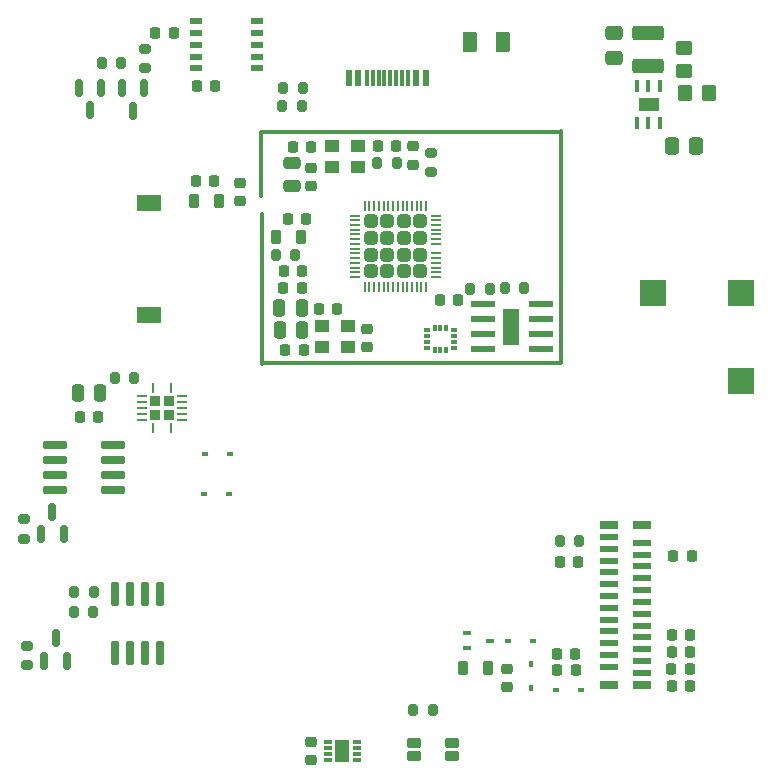
<source format=gbr>
%TF.GenerationSoftware,KiCad,Pcbnew,7.0.7*%
%TF.CreationDate,2023-09-24T11:57:45+02:00*%
%TF.ProjectId,RF Energy Harvesting LK-R37 Enclosure,52462045-6e65-4726-9779-204861727665,Beta R4*%
%TF.SameCoordinates,Original*%
%TF.FileFunction,Paste,Top*%
%TF.FilePolarity,Positive*%
%FSLAX46Y46*%
G04 Gerber Fmt 4.6, Leading zero omitted, Abs format (unit mm)*
G04 Created by KiCad (PCBNEW 7.0.7) date 2023-09-24 11:57:45*
%MOMM*%
%LPD*%
G01*
G04 APERTURE LIST*
G04 Aperture macros list*
%AMRoundRect*
0 Rectangle with rounded corners*
0 $1 Rounding radius*
0 $2 $3 $4 $5 $6 $7 $8 $9 X,Y pos of 4 corners*
0 Add a 4 corners polygon primitive as box body*
4,1,4,$2,$3,$4,$5,$6,$7,$8,$9,$2,$3,0*
0 Add four circle primitives for the rounded corners*
1,1,$1+$1,$2,$3*
1,1,$1+$1,$4,$5*
1,1,$1+$1,$6,$7*
1,1,$1+$1,$8,$9*
0 Add four rect primitives between the rounded corners*
20,1,$1+$1,$2,$3,$4,$5,0*
20,1,$1+$1,$4,$5,$6,$7,0*
20,1,$1+$1,$6,$7,$8,$9,0*
20,1,$1+$1,$8,$9,$2,$3,0*%
G04 Aperture macros list end*
%ADD10C,0.010000*%
%ADD11RoundRect,0.225000X-0.225000X-0.250000X0.225000X-0.250000X0.225000X0.250000X-0.225000X0.250000X0*%
%ADD12RoundRect,0.250000X0.375000X0.625000X-0.375000X0.625000X-0.375000X-0.625000X0.375000X-0.625000X0*%
%ADD13RoundRect,0.250000X-0.250000X-0.475000X0.250000X-0.475000X0.250000X0.475000X-0.250000X0.475000X0*%
%ADD14RoundRect,0.200000X0.200000X0.275000X-0.200000X0.275000X-0.200000X-0.275000X0.200000X-0.275000X0*%
%ADD15R,0.600000X0.450000*%
%ADD16R,0.580000X0.350000*%
%ADD17R,0.350000X0.580000*%
%ADD18R,0.820000X0.820000*%
%ADD19R,0.280000X0.850000*%
%ADD20R,0.850000X0.280000*%
%ADD21RoundRect,0.225000X-0.250000X0.225000X-0.250000X-0.225000X0.250000X-0.225000X0.250000X0.225000X0*%
%ADD22R,0.800000X0.300000*%
%ADD23R,1.200000X1.900000*%
%ADD24R,0.700000X0.450000*%
%ADD25RoundRect,0.042000X-0.258000X0.943000X-0.258000X-0.943000X0.258000X-0.943000X0.258000X0.943000X0*%
%ADD26RoundRect,0.250000X-0.450000X0.350000X-0.450000X-0.350000X0.450000X-0.350000X0.450000X0.350000X0*%
%ADD27RoundRect,0.225000X0.225000X0.250000X-0.225000X0.250000X-0.225000X-0.250000X0.225000X-0.250000X0*%
%ADD28R,0.600000X1.450000*%
%ADD29R,0.300000X1.450000*%
%ADD30RoundRect,0.225000X0.250000X-0.225000X0.250000X0.225000X-0.250000X0.225000X-0.250000X-0.225000X0*%
%ADD31RoundRect,0.200000X-0.275000X0.200000X-0.275000X-0.200000X0.275000X-0.200000X0.275000X0.200000X0*%
%ADD32RoundRect,0.218750X-0.218750X-0.381250X0.218750X-0.381250X0.218750X0.381250X-0.218750X0.381250X0*%
%ADD33RoundRect,0.250000X-1.075000X0.375000X-1.075000X-0.375000X1.075000X-0.375000X1.075000X0.375000X0*%
%ADD34RoundRect,0.200000X0.275000X-0.200000X0.275000X0.200000X-0.275000X0.200000X-0.275000X-0.200000X0*%
%ADD35RoundRect,0.200000X-0.200000X-0.275000X0.200000X-0.275000X0.200000X0.275000X-0.200000X0.275000X0*%
%ADD36R,1.300000X1.000000*%
%ADD37RoundRect,0.124800X-0.475200X-0.275200X0.475200X-0.275200X0.475200X0.275200X-0.475200X0.275200X0*%
%ADD38RoundRect,0.041300X0.948700X0.253700X-0.948700X0.253700X-0.948700X-0.253700X0.948700X-0.253700X0*%
%ADD39RoundRect,0.098350X0.604150X1.437900X-0.604150X1.437900X-0.604150X-1.437900X0.604150X-1.437900X0*%
%ADD40RoundRect,0.100000X0.100000X-2.750000X0.100000X2.750000X-0.100000X2.750000X-0.100000X-2.750000X0*%
%ADD41RoundRect,0.100000X0.100000X-6.400000X0.100000X6.400000X-0.100000X6.400000X-0.100000X-6.400000X0*%
%ADD42RoundRect,0.100000X-12.650000X-0.100000X12.650000X-0.100000X12.650000X0.100000X-12.650000X0.100000X0*%
%ADD43RoundRect,0.100000X0.100000X-9.850000X0.100000X9.850000X-0.100000X9.850000X-0.100000X-9.850000X0*%
%ADD44RoundRect,0.042000X0.943000X0.258000X-0.943000X0.258000X-0.943000X-0.258000X0.943000X-0.258000X0*%
%ADD45RoundRect,0.250000X-0.475000X0.250000X-0.475000X-0.250000X0.475000X-0.250000X0.475000X0.250000X0*%
%ADD46RoundRect,0.150000X-0.150000X0.587500X-0.150000X-0.587500X0.150000X-0.587500X0.150000X0.587500X0*%
%ADD47R,0.420000X1.100000*%
%ADD48RoundRect,0.250000X-0.315000X-0.315000X0.315000X-0.315000X0.315000X0.315000X-0.315000X0.315000X0*%
%ADD49RoundRect,0.050000X-0.387500X-0.050000X0.387500X-0.050000X0.387500X0.050000X-0.387500X0.050000X0*%
%ADD50RoundRect,0.050000X-0.050000X-0.387500X0.050000X-0.387500X0.050000X0.387500X-0.050000X0.387500X0*%
%ADD51RoundRect,0.002500X-0.002500X-0.002500X0.002500X-0.002500X0.002500X0.002500X-0.002500X0.002500X0*%
%ADD52R,0.450000X0.600000*%
%ADD53RoundRect,0.150000X0.150000X-0.587500X0.150000X0.587500X-0.150000X0.587500X-0.150000X-0.587500X0*%
%ADD54RoundRect,0.250000X0.350000X0.450000X-0.350000X0.450000X-0.350000X-0.450000X0.350000X-0.450000X0*%
%ADD55R,1.500000X0.600000*%
%ADD56R,1.500000X0.800000*%
%ADD57R,1.100000X0.510000*%
%ADD58RoundRect,0.250000X-0.475000X0.337500X-0.475000X-0.337500X0.475000X-0.337500X0.475000X0.337500X0*%
%ADD59R,2.100000X1.400000*%
%ADD60RoundRect,0.250000X-0.337500X-0.475000X0.337500X-0.475000X0.337500X0.475000X-0.337500X0.475000X0*%
%ADD61R,2.195000X2.195000*%
G04 APERTURE END LIST*
%TO.C,AU1*%
D10*
X178070814Y-80539287D02*
X176489676Y-80539287D01*
X176489676Y-79527355D01*
X178070814Y-79527355D01*
X178070814Y-80539287D01*
G36*
X178070814Y-80539287D02*
G01*
X176489676Y-80539287D01*
X176489676Y-79527355D01*
X178070814Y-79527355D01*
X178070814Y-80539287D01*
G37*
%TD*%
D11*
%TO.C,EIC5*%
X179277500Y-125010000D03*
X180827500Y-125010000D03*
%TD*%
D12*
%TO.C,Fuse1*%
X164960000Y-74780000D03*
X162160000Y-74780000D03*
%TD*%
D13*
%TO.C,E2C4*%
X146039255Y-97300893D03*
X147939255Y-97300893D03*
%TD*%
D14*
%TO.C,IDR1*%
X163824255Y-95640893D03*
X162174255Y-95640893D03*
%TD*%
D11*
%TO.C,EIC6*%
X179247500Y-126380000D03*
X180797500Y-126380000D03*
%TD*%
D14*
%TO.C,QR1*%
X132655000Y-76580000D03*
X131005000Y-76580000D03*
%TD*%
D15*
%TO.C,EiD1a2*%
X167492500Y-125500000D03*
X165392500Y-125500000D03*
%TD*%
D16*
%TO.C,IMU1*%
X158494255Y-99160893D03*
X158494255Y-99660893D03*
X158494255Y-100160893D03*
X158494255Y-100660893D03*
D17*
X159169255Y-100835893D03*
X159669255Y-100835893D03*
X160169255Y-100835893D03*
D16*
X160844255Y-100660893D03*
X160844255Y-100160893D03*
X160844255Y-99660893D03*
X160844255Y-99160893D03*
D17*
X160169255Y-98985893D03*
X159669255Y-98985893D03*
X159169255Y-98985893D03*
%TD*%
D18*
%TO.C,UL1*%
X136650000Y-106320000D03*
X136650000Y-105200000D03*
X135530000Y-106320000D03*
X135530000Y-105200000D03*
D19*
X136840000Y-107485000D03*
D20*
X137815000Y-106760000D03*
X137815000Y-106260000D03*
X137815000Y-105760000D03*
X137815000Y-105260000D03*
X137815000Y-104760000D03*
D19*
X136840000Y-104035000D03*
X135340000Y-104035000D03*
D20*
X134365000Y-104760000D03*
X134365000Y-105260000D03*
X134365000Y-105760000D03*
X134365000Y-106260000D03*
X134365000Y-106760000D03*
D19*
X135340000Y-107485000D03*
%TD*%
D21*
%TO.C,E2C3*%
X148729255Y-85435893D03*
X148729255Y-86985893D03*
%TD*%
D22*
%TO.C,SHT1*%
X152570000Y-135562500D03*
X152570000Y-135062500D03*
X152570000Y-134562500D03*
X152570000Y-134062500D03*
X150170000Y-134062500D03*
X150170000Y-134562500D03*
X150170000Y-135062500D03*
X150170000Y-135562500D03*
D23*
X151370000Y-134812500D03*
%TD*%
D24*
%TO.C,EIQ1*%
X161892500Y-124800000D03*
X161892500Y-126100000D03*
X163892500Y-125450000D03*
%TD*%
D25*
%TO.C,ADS2*%
X135950000Y-121535000D03*
X134680000Y-121535000D03*
X133410000Y-121535000D03*
X132140000Y-121535000D03*
X132140000Y-126475000D03*
X133410000Y-126475000D03*
X134680000Y-126475000D03*
X135950000Y-126475000D03*
%TD*%
D26*
%TO.C,AR2*%
X180290245Y-75230821D03*
X180290245Y-77230821D03*
%TD*%
D11*
%TO.C,EIC4*%
X179397500Y-118250000D03*
X180947500Y-118250000D03*
%TD*%
D27*
%TO.C,CHC1*%
X137085000Y-74010000D03*
X135535000Y-74010000D03*
%TD*%
D15*
%TO.C,EHD1*%
X141830000Y-109610000D03*
X139730000Y-109610000D03*
%TD*%
D11*
%TO.C,EIC2*%
X179237500Y-129260000D03*
X180787500Y-129260000D03*
%TD*%
D27*
%TO.C,E2C10*%
X148094255Y-100810893D03*
X146544255Y-100810893D03*
%TD*%
D28*
%TO.C,J1*%
X158430000Y-77845000D03*
X157630000Y-77845000D03*
D29*
X156430000Y-77845000D03*
X155430000Y-77845000D03*
X154930000Y-77845000D03*
X153930000Y-77845000D03*
D28*
X151930000Y-77845000D03*
X152730000Y-77845000D03*
D29*
X153430000Y-77845000D03*
X154430000Y-77845000D03*
X155930000Y-77845000D03*
X156930000Y-77845000D03*
%TD*%
D30*
%TO.C,EC3*%
X142710000Y-88265000D03*
X142710000Y-86715000D03*
%TD*%
D31*
%TO.C,ADS5_MTRR1*%
X124410000Y-115165000D03*
X124410000Y-116815000D03*
%TD*%
D27*
%TO.C,E2C7*%
X148324255Y-89780893D03*
X146774255Y-89780893D03*
%TD*%
D32*
%TO.C,EIL1*%
X161560000Y-127790000D03*
X163685000Y-127790000D03*
%TD*%
D11*
%TO.C,ADSC1*%
X129135000Y-106530000D03*
X130685000Y-106530000D03*
%TD*%
D14*
%TO.C,LR2*%
X159005000Y-131280000D03*
X157355000Y-131280000D03*
%TD*%
D11*
%TO.C,EC2*%
X138935000Y-86550000D03*
X140485000Y-86550000D03*
%TD*%
D27*
%TO.C,E2C11*%
X148744255Y-83650893D03*
X147194255Y-83650893D03*
%TD*%
D33*
%TO.C,AL1*%
X177270245Y-73960821D03*
X177270245Y-76760821D03*
%TD*%
D14*
%TO.C,USBR1*%
X147945000Y-80190000D03*
X146295000Y-80190000D03*
%TD*%
D34*
%TO.C,ADS5_MTRR2*%
X124640000Y-127552500D03*
X124640000Y-125902500D03*
%TD*%
D11*
%TO.C,E2C14*%
X154354255Y-83600893D03*
X155904255Y-83600893D03*
%TD*%
D35*
%TO.C,UL1R1*%
X132115000Y-103230000D03*
X133765000Y-103230000D03*
%TD*%
D15*
%TO.C,EHD2*%
X139680000Y-113010000D03*
X141780000Y-113010000D03*
%TD*%
D30*
%TO.C,SHC1*%
X148740000Y-135555000D03*
X148740000Y-134005000D03*
%TD*%
D36*
%TO.C,E2CY1*%
X151829255Y-98780893D03*
X149629255Y-98780893D03*
X149629255Y-100580893D03*
X151829255Y-100580893D03*
%TD*%
D30*
%TO.C,E2C8*%
X157329255Y-85155893D03*
X157329255Y-83605893D03*
%TD*%
D37*
%TO.C,LED2*%
X157450000Y-135220000D03*
X160630000Y-135230000D03*
X157450000Y-134080000D03*
X160640000Y-134110000D03*
%TD*%
D14*
%TO.C,EIR1*%
X171437500Y-117010000D03*
X169787500Y-117010000D03*
%TD*%
D38*
%TO.C,U1*%
X168209255Y-100775893D03*
X168209255Y-99505893D03*
X168209255Y-98235893D03*
X168209255Y-96965893D03*
X163269255Y-96965893D03*
X163269255Y-98235893D03*
X163269255Y-99505893D03*
X163269255Y-100775893D03*
D39*
X165669255Y-98920893D03*
%TD*%
D40*
%TO.C,ES1*%
X144510000Y-85060000D03*
D41*
X144530000Y-95650000D03*
D42*
X157240000Y-82410000D03*
X157250000Y-101940000D03*
D43*
X169850000Y-92160000D03*
%TD*%
D27*
%TO.C,EIC9*%
X171112500Y-127930000D03*
X169562500Y-127930000D03*
%TD*%
D11*
%TO.C,CHC2*%
X139025000Y-78480000D03*
X140575000Y-78480000D03*
%TD*%
D44*
%TO.C,ADS1*%
X131960000Y-112675000D03*
X131960000Y-111405000D03*
X131960000Y-110135000D03*
X131960000Y-108865000D03*
X127020000Y-108865000D03*
X127020000Y-110135000D03*
X127020000Y-111405000D03*
X127020000Y-112675000D03*
%TD*%
D11*
%TO.C,EIC1*%
X179217500Y-127820000D03*
X180767500Y-127820000D03*
%TD*%
D14*
%TO.C,USBR2*%
X148005000Y-78700000D03*
X146355000Y-78700000D03*
%TD*%
D11*
%TO.C,EC1*%
X146435000Y-94150000D03*
X147985000Y-94150000D03*
%TD*%
D36*
%TO.C,E2CY2*%
X150449255Y-85370893D03*
X152649255Y-85370893D03*
X152649255Y-83570893D03*
X150449255Y-83570893D03*
%TD*%
D14*
%TO.C,ADSR2*%
X130305000Y-121360000D03*
X128655000Y-121360000D03*
%TD*%
D45*
%TO.C,E2C1*%
X147079255Y-85030893D03*
X147079255Y-86930893D03*
%TD*%
D11*
%TO.C,E2C5*%
X146365000Y-95600000D03*
X147915000Y-95600000D03*
%TD*%
%TO.C,IMUC1*%
X159634255Y-96580893D03*
X161184255Y-96580893D03*
%TD*%
D46*
%TO.C,Q1*%
X130950000Y-78660000D03*
X129050000Y-78660000D03*
X130000000Y-80535000D03*
%TD*%
D47*
%TO.C,AU1*%
X178230245Y-78463321D03*
X177280245Y-78463321D03*
X176330245Y-78473321D03*
X176330245Y-81613321D03*
X177280245Y-81603321D03*
X178230245Y-81613321D03*
%TD*%
D35*
%TO.C,ADSR1*%
X128605000Y-123040000D03*
X130255000Y-123040000D03*
%TD*%
D13*
%TO.C,ADSC2*%
X128970000Y-104520000D03*
X130870000Y-104520000D03*
%TD*%
D48*
%TO.C,ESP32S1*%
X153759255Y-89960893D03*
X153759255Y-91360893D03*
X153759255Y-92760893D03*
X153759255Y-94160893D03*
X155159255Y-89960893D03*
X155159255Y-91360893D03*
X155159255Y-92760893D03*
X155159255Y-94160893D03*
X156559255Y-89960893D03*
X156559255Y-91360893D03*
X156559255Y-92760893D03*
X156559255Y-94160893D03*
X157959255Y-89960893D03*
X157959255Y-91360893D03*
X157959255Y-92760893D03*
X157959255Y-94160893D03*
D49*
X152421755Y-89460893D03*
X152421755Y-89860893D03*
X152421755Y-90260893D03*
X152421755Y-90660893D03*
X152421755Y-91060893D03*
X152421755Y-91460893D03*
X152421755Y-91860893D03*
X152421755Y-92260893D03*
X152421755Y-92660893D03*
X152421755Y-93060893D03*
X152421755Y-93460893D03*
X152421755Y-93860893D03*
X152421755Y-94260893D03*
X152421755Y-94660893D03*
D50*
X153259255Y-95498393D03*
X153659255Y-95498393D03*
X154059255Y-95498393D03*
X154459255Y-95498393D03*
X154859255Y-95498393D03*
X155259255Y-95498393D03*
X155659255Y-95498393D03*
X156059255Y-95498393D03*
X156459255Y-95498393D03*
X156859255Y-95498393D03*
X157259255Y-95498393D03*
X157659255Y-95498393D03*
X158059255Y-95498393D03*
X158459255Y-95498393D03*
D49*
X159296755Y-94660893D03*
X159296755Y-94260893D03*
X159296755Y-93860893D03*
X159296755Y-93460893D03*
X159296755Y-93060893D03*
X159296755Y-92660893D03*
D51*
X159296755Y-92260893D03*
D49*
X159296755Y-91860893D03*
X159296755Y-91460893D03*
X159296755Y-91060893D03*
X159296755Y-90660893D03*
X159296755Y-90260893D03*
X159296755Y-89860893D03*
X159296755Y-89460893D03*
D50*
X158459255Y-88623393D03*
X158059255Y-88623393D03*
X157659255Y-88623393D03*
X157259255Y-88623393D03*
X156859255Y-88623393D03*
X156459255Y-88623393D03*
X156059255Y-88623393D03*
X155659255Y-88623393D03*
X155259255Y-88623393D03*
X154859255Y-88623393D03*
X154459255Y-88623393D03*
X154059255Y-88623393D03*
X153659255Y-88623393D03*
X153259255Y-88623393D03*
%TD*%
D31*
%TO.C,E2R1*%
X158839255Y-84125893D03*
X158839255Y-85775893D03*
%TD*%
D27*
%TO.C,EIC8*%
X171082500Y-126560000D03*
X169532500Y-126560000D03*
%TD*%
D31*
%TO.C,QR2*%
X134680000Y-75355000D03*
X134680000Y-77005000D03*
%TD*%
D52*
%TO.C,EiD1a3*%
X167342500Y-127390000D03*
X167342500Y-129490000D03*
%TD*%
D53*
%TO.C,ADS2_MTRT1*%
X126140000Y-127135000D03*
X128040000Y-127135000D03*
X127090000Y-125260000D03*
%TD*%
D54*
%TO.C,AR1*%
X182390245Y-79110821D03*
X180390245Y-79110821D03*
%TD*%
D13*
%TO.C,E2C2*%
X146049255Y-99170893D03*
X147949255Y-99170893D03*
%TD*%
D35*
%TO.C,IDR2*%
X165134255Y-95630893D03*
X166784255Y-95630893D03*
%TD*%
D27*
%TO.C,EIC3*%
X171347500Y-118760000D03*
X169797500Y-118760000D03*
%TD*%
D30*
%TO.C,E2C9*%
X153469255Y-100605893D03*
X153469255Y-99055893D03*
%TD*%
D55*
%TO.C,J2*%
X173902500Y-116670000D03*
X176702500Y-117170000D03*
X173902500Y-117670000D03*
X176702500Y-118170000D03*
X173902500Y-118670000D03*
X176702500Y-119170000D03*
X173902500Y-119670000D03*
X176702500Y-120170000D03*
X173902500Y-120670000D03*
X176702500Y-121170000D03*
X173902500Y-121670000D03*
X176702500Y-122170000D03*
X173902500Y-122670000D03*
X176702500Y-123170000D03*
X173902500Y-123670000D03*
X176702500Y-124170000D03*
X173902500Y-124670000D03*
X176702500Y-125170000D03*
X173902500Y-125670000D03*
X176702500Y-126170000D03*
X173902500Y-126670000D03*
X176702500Y-127170000D03*
X173902500Y-127670000D03*
X176702500Y-128170000D03*
D56*
X176702500Y-115670000D03*
X173902500Y-115670000D03*
X176702500Y-129170000D03*
X173902500Y-129170000D03*
%TD*%
D57*
%TO.C,CH340K1*%
X144110000Y-77000000D03*
X144110000Y-76000000D03*
X144110000Y-75000000D03*
X144110000Y-74000000D03*
X144110000Y-73000000D03*
X139010000Y-73000000D03*
X139010000Y-74000000D03*
X139010000Y-75000000D03*
X139010000Y-76000000D03*
X139010000Y-77000000D03*
%TD*%
D30*
%TO.C,EIC7*%
X165332500Y-129360000D03*
X165332500Y-127810000D03*
%TD*%
D58*
%TO.C,AC1*%
X174350000Y-74032500D03*
X174350000Y-76107500D03*
%TD*%
D27*
%TO.C,E2C6*%
X150924255Y-97380893D03*
X149374255Y-97380893D03*
%TD*%
D32*
%TO.C,EL1*%
X138807500Y-88230000D03*
X140932500Y-88230000D03*
%TD*%
D59*
%TO.C,ANT1*%
X134970000Y-88370500D03*
X134970000Y-97870500D03*
%TD*%
D53*
%TO.C,ADS5_MTRT1*%
X125870000Y-116437500D03*
X127770000Y-116437500D03*
X126820000Y-114562500D03*
%TD*%
D35*
%TO.C,ER1*%
X145744255Y-92760893D03*
X147394255Y-92760893D03*
%TD*%
D14*
%TO.C,E2R2*%
X155984255Y-85000893D03*
X154334255Y-85000893D03*
%TD*%
D15*
%TO.C,EiD1a1*%
X169452500Y-129630000D03*
X171552500Y-129630000D03*
%TD*%
D60*
%TO.C,AC2*%
X179262745Y-83590821D03*
X181337745Y-83590821D03*
%TD*%
D46*
%TO.C,Q2*%
X134610000Y-78700000D03*
X132710000Y-78700000D03*
X133660000Y-80575000D03*
%TD*%
D61*
%TO.C,BZ1*%
X185100000Y-103440000D03*
X185100000Y-96040000D03*
X177700000Y-96040000D03*
%TD*%
D32*
%TO.C,E2L1*%
X145726755Y-91260893D03*
X147851755Y-91260893D03*
%TD*%
M02*

</source>
